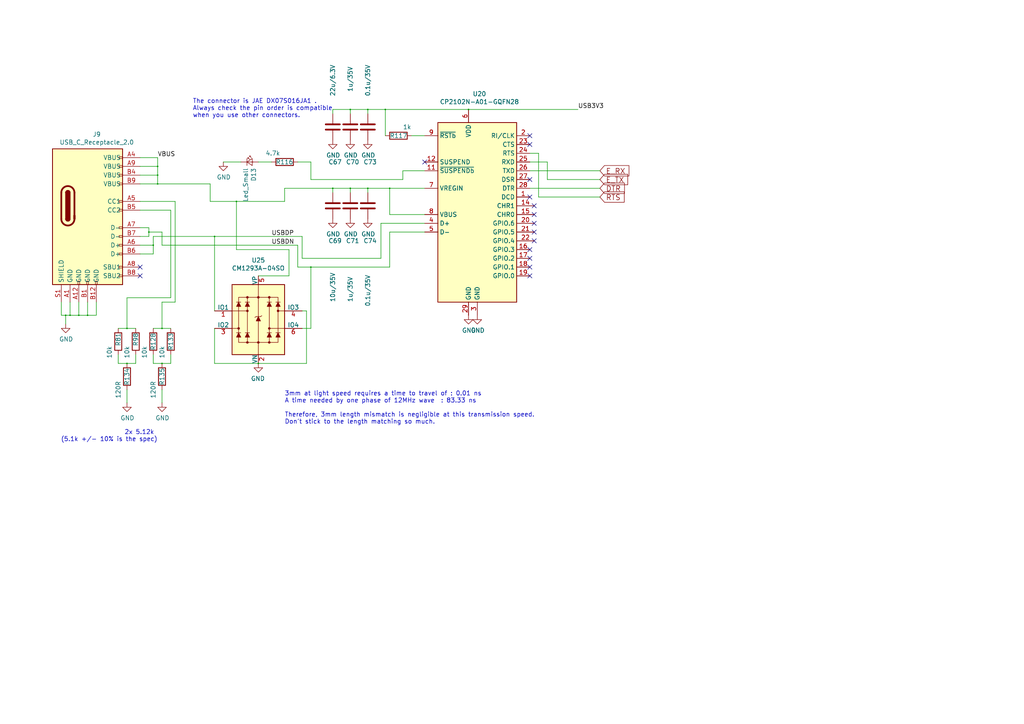
<source format=kicad_sch>
(kicad_sch (version 20210126) (generator eeschema)
  (paper "A4")
  (lib_symbols
    (symbol "DeeComponents:CP2102N-A01-GQFN28"
      (property "Reference" "U" (at -5.08 22.225 0))
      (property "Value" "CP2102N-A01-GQFN28" (at -5.08 20.32 0))
      (symbol "CP2102N-A01-GQFN28_0_0"
        (pin output line (at 16.51 -5.08 180) (length 5.08) (name "CHR1") (number "14"))
        (pin output line (at 16.51 -7.62 180) (length 5.08) (name "CHR0") (number "15"))
        (pin bidirectional line (at 16.51 -10.16 180) (length 5.08) (name "GPIO.6") (number "20"))
        (pin bidirectional line (at 16.51 -12.7 180) (length 5.08) (name "GPIO.5") (number "21"))
        (pin bidirectional line (at 16.51 -15.24 180) (length 5.08) (name "GPIO.4") (number "22"))
      )
      (symbol "CP2102N-A01-GQFN28_0_1"
        (rectangle (start -11.43 19.05) (end 11.43 -33.02) (stroke (width 0.254)) (fill (type background)))
      )
      (symbol "CP2102N-A01-GQFN28_1_1"
        (pin input line (at 15.24 -2.54 180) (length 3.81) (name "DCD") (number "1"))
        (pin no_connect line (at 5.08 -36.83 90) (length 3.81) hide (name "NC") (number "10"))
        (pin output line (at -15.24 5.08 0) (length 3.81) (name "~SUSPENDb") (number "11"))
        (pin output line (at -15.24 7.62 0) (length 3.81) (name "SUSPEND") (number "12"))
        (pin bidirectional line (at 15.24 -17.78 180) (length 3.81) (name "GPIO.3") (number "16"))
        (pin bidirectional line (at 15.24 -20.32 180) (length 3.81) (name "GPIO.2") (number "17"))
        (pin bidirectional line (at 15.24 -22.86 180) (length 3.81) (name "GPIO.1") (number "18"))
        (pin bidirectional line (at 15.24 -25.4 180) (length 3.81) (name "GPIO.0") (number "19"))
        (pin bidirectional line (at 15.24 15.24 180) (length 3.81) (name "RI/CLK") (number "2"))
        (pin input line (at 15.24 12.7 180) (length 3.81) (name "CTS") (number "23"))
        (pin output line (at 15.24 10.16 180) (length 3.81) (name "RTS") (number "24"))
        (pin input line (at 15.24 7.62 180) (length 3.81) (name "RXD") (number "25"))
        (pin output line (at 15.24 5.08 180) (length 3.81) (name "TXD") (number "26"))
        (pin input line (at 15.24 2.54 180) (length 3.81) (name "DSR") (number "27"))
        (pin output line (at 15.24 0 180) (length 3.81) (name "DTR") (number "28"))
        (pin power_in line (at -2.54 -36.83 90) (length 3.81) (name "GND") (number "29"))
        (pin power_in line (at 0 -36.83 90) (length 3.81) (name "GND") (number "3"))
        (pin bidirectional line (at -15.24 -10.16 0) (length 3.81) (name "D+") (number "4"))
        (pin bidirectional line (at -15.24 -12.7 0) (length 3.81) (name "D-") (number "5"))
        (pin power_in line (at -2.54 22.86 270) (length 3.81) (name "VDD") (number "6"))
        (pin power_in line (at -15.24 0 0) (length 3.81) (name "VREGIN") (number "7"))
        (pin input line (at -15.24 -7.62 0) (length 3.81) (name "VBUS") (number "8"))
        (pin input line (at -15.24 15.24 0) (length 3.81) (name "~RSTb") (number "9"))
      )
    )
    (symbol "DeeComponents:USB_C_Receptacle_2.0"
      (property "Reference" "J" (at -10.16 36.83 0))
      (property "Value" "USB_C_Receptacle_2.0" (at 10.16 36.83 0))
      (symbol "USB_C_Receptacle_2.0_0_0"
        (rectangle (start -4.064 15.24) (end -3.556 16.256))
        (rectangle (start -2.794 -3.81) (end -2.286 -2.794))
        (rectangle (start -0.254 -3.81) (end 0.254 -2.794))
        (rectangle (start 2.286 -3.81) (end 2.794 -2.794))
        (rectangle (start 10.16 -1.016) (end 9.144 -1.524))
        (rectangle (start 10.16 1.524) (end 9.144 1.016))
        (rectangle (start 10.16 5.334) (end 9.144 4.826))
        (rectangle (start 10.16 7.874) (end 9.144 7.366))
        (rectangle (start 10.16 10.414) (end 9.144 9.906))
        (rectangle (start 10.16 12.954) (end 9.144 12.446))
        (rectangle (start 10.16 18.034) (end 9.144 17.526))
        (rectangle (start 10.16 20.574) (end 9.144 20.066))
        (rectangle (start 10.16 25.654) (end 9.144 25.146))
        (rectangle (start 10.16 28.194) (end 9.144 27.686))
        (rectangle (start 10.16 30.734) (end 9.144 30.226))
        (rectangle (start 10.16 33.274) (end 9.144 32.766))
      )
      (symbol "USB_C_Receptacle_2.0_0_1"
        (arc (start -6.35 15.24) (end -5.08 15.24) (radius (at -5.715 15.24) (length 0.635) (angles -179.9 -0.1)) (stroke (width 0.254)) (fill (type outline)))
        (arc (start -6.35 15.24) (end -5.08 15.24) (radius (at -5.715 15.24) (length 0.635) (angles -179.9 -0.1)) (stroke (width 0.254)))
        (arc (start -7.62 15.24) (end -3.81 15.24) (radius (at -5.715 15.24) (length 1.905) (angles -179.9 -0.1)) (stroke (width 0.508)))
        (arc (start -3.81 22.86) (end -7.62 22.86) (radius (at -5.715 22.86) (length 1.905) (angles 0.1 179.9)) (stroke (width 0.508)))
        (arc (start -5.08 22.86) (end -6.35 22.86) (radius (at -5.715 22.86) (length 0.635) (angles 0.1 179.9)) (stroke (width 0.254)))
        (arc (start -5.08 22.86) (end -6.35 22.86) (radius (at -5.715 22.86) (length 0.635) (angles 0.1 179.9)) (stroke (width 0.254)) (fill (type outline)))
        (rectangle (start -10.16 35.56) (end 10.16 -3.81) (stroke (width 0.254)) (fill (type background)))
        (rectangle (start -6.35 15.24) (end -5.08 22.86) (stroke (width 0.254)) (fill (type outline)))
        (polyline (pts (xy -7.62 15.24) (xy -7.62 22.86)) (stroke (width 0.508)))
        (polyline (pts (xy -3.81 22.86) (xy -3.81 15.24)) (stroke (width 0.508)))
      )
      (symbol "USB_C_Receptacle_2.0_1_1"
        (pin power_in line (at -5.08 -8.89 90) (length 5.08) (name "GND") (number "A1"))
        (pin power_in line (at 0 -8.89 90) (length 5.08) (name "GND") (number "B1"))
        (pin passive line (at -7.62 -8.89 90) (length 5.08) (name "SHIELD") (number "S1"))
        (pin power_in line (at 15.24 33.02 180) (length 5.08) (name "VBUS") (number "A4"))
        (pin power_in line (at 15.24 27.94 180) (length 5.08) (name "VBUS") (number "B4"))
        (pin bidirectional line (at 15.24 20.32 180) (length 5.08) (name "CC1") (number "A5"))
        (pin bidirectional line (at 15.24 17.78 180) (length 5.08) (name "CC2") (number "B5"))
        (pin bidirectional line (at 15.24 7.62 180) (length 5.08) (name "D+") (number "A6"))
        (pin bidirectional line (at 15.24 5.08 180) (length 5.08) (name "D+") (number "B6"))
        (pin bidirectional line (at 15.24 12.7 180) (length 5.08) (name "D-") (number "A7"))
        (pin bidirectional line (at 15.24 10.16 180) (length 5.08) (name "D-") (number "B7"))
        (pin bidirectional line (at 15.24 1.27 180) (length 5.08) (name "SBU1") (number "A8"))
        (pin bidirectional line (at 15.24 -1.27 180) (length 5.08) (name "SBU2") (number "B8"))
        (pin power_in line (at 15.24 30.48 180) (length 5.08) (name "VBUS") (number "A9"))
        (pin power_in line (at 15.24 25.4 180) (length 5.08) (name "VBUS") (number "B9"))
        (pin power_in line (at -2.54 -8.89 90) (length 5.08) (name "GND") (number "A12"))
        (pin power_in line (at 2.54 -8.89 90) (length 5.08) (name "GND") (number "B12"))
      )
    )
    (symbol "dotmatrix_64x48-rescue:C-device" (pin_numbers hide) (pin_names (offset 0.254))
      (property "Reference" "C" (at 0.635 2.54 0))
      (property "Value" "C-device" (at 0.635 -2.54 0))
      (symbol "C-device_0_1"
        (polyline (pts (xy -2.032 -0.762) (xy 2.032 -0.762)) (stroke (width 0.508)))
        (polyline (pts (xy -2.032 0.762) (xy 2.032 0.762)) (stroke (width 0.508)))
      )
      (symbol "C-device_1_1"
        (pin passive line (at 0 3.81 270) (length 2.794) (name "~") (number "1"))
        (pin passive line (at 0 -3.81 90) (length 2.794) (name "~") (number "2"))
      )
    )
    (symbol "dotmatrix_64x48-rescue:GND-power" (power) (pin_names (offset 0))
      (property "Value" "GND-power" (at 0 -3.81 0))
      (symbol "GND-power_0_1"
        (polyline (pts (xy 0 0) (xy 0 -1.27) (xy 1.27 -1.27) (xy 0 -2.54) (xy -1.27 -1.27) (xy 0 -1.27)))
      )
      (symbol "GND-power_1_1"
        (pin power_in line (at 0 0 270) (length 0) hide (name "GND") (number "1"))
      )
    )
    (symbol "dotmatrix_64x48-rescue:LED_Small-device" (pin_numbers hide) (pin_names (offset 0.254) hide)
      (property "Reference" "D" (at -1.27 3.175 0))
      (property "Value" "LED_Small-device" (at -4.445 -2.54 0))
      (symbol "LED_Small-device_0_1"
        (polyline (pts (xy -0.762 -1.016) (xy -0.762 1.016)))
        (polyline (pts (xy 1.016 0) (xy -0.762 0)))
        (polyline (pts (xy 0.762 -1.016) (xy -0.762 0) (xy 0.762 1.016) (xy 0.762 -1.016)))
        (polyline (pts (xy 0 0.762) (xy -0.508 1.27) (xy -0.254 1.27) (xy -0.508 1.27) (xy -0.508 1.016)))
        (polyline (pts (xy 0.508 1.27) (xy 0 1.778) (xy 0.254 1.778) (xy 0 1.778) (xy 0 1.524)))
      )
      (symbol "LED_Small-device_1_1"
        (pin passive line (at -2.54 0 0) (length 1.778) (name "K") (number "1"))
        (pin passive line (at 2.54 0 180) (length 1.778) (name "A") (number "2"))
      )
    )
    (symbol "dotmatrix_64x48-rescue:R-device" (pin_numbers hide) (pin_names (offset 0))
      (property "Reference" "R" (at 2.032 0 90))
      (property "Value" "R-device" (at 0 0 90))
      (symbol "R-device_0_1"
        (rectangle (start -1.016 -2.54) (end 1.016 2.54) (stroke (width 0.254)))
      )
      (symbol "R-device_1_1"
        (pin passive line (at 0 3.81 270) (length 1.27) (name "~") (number "1"))
        (pin passive line (at 0 -3.81 90) (length 1.27) (name "~") (number "2"))
      )
    )
    (symbol "dotmatrix_64x48-rescue:SRV05-4-ESD_Protection" (pin_names (offset 0))
      (property "Reference" "U" (at -5.08 11.43 0))
      (property "Value" "SRV05-4-ESD_Protection" (at 2.54 11.43 0))
      (symbol "SRV05-4-ESD_Protection_0_0"
        (rectangle (start -5.715 6.477) (end 5.715 -6.604))
        (polyline (pts (xy -3.175 -6.604) (xy -3.175 6.477)))
        (polyline (pts (xy 3.175 6.477) (xy 3.175 -6.604)))
      )
      (symbol "SRV05-4-ESD_Protection_0_1"
        (circle (center -5.715 -2.54) (radius 0.2794) (fill (type outline)))
        (circle (center -3.175 -6.604) (radius 0.2794) (fill (type outline)))
        (circle (center -3.175 2.54) (radius 0.2794) (fill (type outline)))
        (circle (center -3.175 6.477) (radius 0.2794) (fill (type outline)))
        (circle (center 0 -6.604) (radius 0.2794) (fill (type outline)))
        (circle (center 0 6.477) (radius 0.2794) (fill (type outline)))
        (circle (center 3.175 -6.604) (radius 0.2794) (fill (type outline)))
        (circle (center 3.175 -2.54) (radius 0.2794) (fill (type outline)))
        (circle (center 3.175 6.477) (radius 0.2794) (fill (type outline)))
        (circle (center 5.715 2.54) (radius 0.2794) (fill (type outline)))
        (rectangle (start -7.62 10.16) (end 7.62 -10.16) (stroke (width 0.254)) (fill (type background)))
        (polyline (pts (xy -7.747 2.54) (xy -3.175 2.54)))
        (polyline (pts (xy -7.62 -2.54) (xy -5.715 -2.54)))
        (polyline (pts (xy -5.08 -3.81) (xy -6.35 -3.81)))
        (polyline (pts (xy -5.08 5.08) (xy -6.35 5.08)))
        (polyline (pts (xy -2.54 -3.81) (xy -3.81 -3.81)))
        (polyline (pts (xy -2.54 5.08) (xy -3.81 5.08)))
        (polyline (pts (xy -0.635 0.889) (xy -1.016 0.635)))
        (polyline (pts (xy 0 10.16) (xy 0 -10.16)))
        (polyline (pts (xy 0.635 0.889) (xy -0.635 0.889)))
        (polyline (pts (xy 0.635 0.889) (xy 1.016 1.143)))
        (polyline (pts (xy 3.81 -3.81) (xy 2.54 -3.81)))
        (polyline (pts (xy 3.81 5.08) (xy 2.54 5.08)))
        (polyline (pts (xy 6.35 -3.81) (xy 5.08 -3.81)))
        (polyline (pts (xy 6.35 5.08) (xy 5.08 5.08)))
        (polyline (pts (xy 7.62 -2.54) (xy 3.175 -2.54)))
        (polyline (pts (xy 7.62 2.54) (xy 5.715 2.54)))
        (polyline (pts (xy -5.08 -5.08) (xy -6.35 -5.08) (xy -5.715 -3.81) (xy -5.08 -5.08)) (fill (type outline)))
        (polyline (pts (xy -5.08 3.81) (xy -6.35 3.81) (xy -5.715 5.08) (xy -5.08 3.81)) (fill (type outline)))
        (polyline (pts (xy -2.54 -5.08) (xy -3.81 -5.08) (xy -3.175 -3.81) (xy -2.54 -5.08)) (fill (type outline)))
        (polyline (pts (xy -2.54 3.81) (xy -3.81 3.81) (xy -3.175 5.08) (xy -2.54 3.81)) (fill (type outline)))
        (polyline (pts (xy 0.635 -0.381) (xy -0.635 -0.381) (xy 0 0.889) (xy 0.635 -0.381)) (fill (type outline)))
        (polyline (pts (xy 3.81 -5.08) (xy 2.54 -5.08) (xy 3.175 -3.81) (xy 3.81 -5.08)) (fill (type outline)))
        (polyline (pts (xy 3.81 3.81) (xy 2.54 3.81) (xy 3.175 5.08) (xy 3.81 3.81)) (fill (type outline)))
        (polyline (pts (xy 6.35 -5.08) (xy 5.08 -5.08) (xy 5.715 -3.81) (xy 6.35 -5.08)) (fill (type outline)))
        (polyline (pts (xy 6.35 3.81) (xy 5.08 3.81) (xy 5.715 5.08) (xy 6.35 3.81)) (fill (type outline)))
      )
      (symbol "SRV05-4-ESD_Protection_1_1"
        (pin passive line (at -12.7 2.54 0) (length 5.08) (name "IO1") (number "1"))
        (pin power_in line (at 0 -12.7 90) (length 2.54) (name "VN") (number "2"))
        (pin passive line (at -12.7 -2.54 0) (length 5.08) (name "IO2") (number "3"))
        (pin passive line (at 12.7 2.54 180) (length 5.08) (name "IO3") (number "4"))
        (pin power_in line (at 0 12.7 270) (length 2.54) (name "VP") (number "5"))
        (pin passive line (at 12.7 -2.54 180) (length 5.08) (name "IO4") (number "6"))
      )
    )
  )
  (junction (at 19.05 91.44) (diameter 0.3048))
  (junction (at 20.32 91.44) (diameter 0.3048))
  (junction (at 22.86 91.44) (diameter 0.3048))
  (junction (at 25.4 91.44) (diameter 0.3048))
  (junction (at 36.83 95.25) (diameter 0.3048))
  (junction (at 36.83 105.41) (diameter 0.3048))
  (junction (at 43.18 67.31) (diameter 0.3048))
  (junction (at 44.45 71.12) (diameter 0.3048))
  (junction (at 45.72 48.26) (diameter 0.3048))
  (junction (at 45.72 50.8) (diameter 0.3048))
  (junction (at 45.72 53.34) (diameter 0.3048))
  (junction (at 46.99 95.25) (diameter 0.3048))
  (junction (at 46.99 105.41) (diameter 0.3048))
  (junction (at 62.23 68.58) (diameter 0.3048))
  (junction (at 68.58 58.42) (diameter 0.3048))
  (junction (at 74.93 105.41) (diameter 0.3048))
  (junction (at 90.17 77.47) (diameter 0.3048))
  (junction (at 96.52 54.61) (diameter 0.3048))
  (junction (at 101.6 31.75) (diameter 0.3048))
  (junction (at 101.6 54.61) (diameter 0.3048))
  (junction (at 106.68 31.75) (diameter 0.3048))
  (junction (at 106.68 54.61) (diameter 0.3048))
  (junction (at 111.76 31.75) (diameter 0.3048))
  (junction (at 113.03 54.61) (diameter 0.3048))
  (junction (at 135.89 31.75) (diameter 0.3048))
  (no_connect (at 40.64 77.47))
  (no_connect (at 40.64 80.01))
  (no_connect (at 123.19 46.99))
  (no_connect (at 153.67 39.37))
  (no_connect (at 153.67 41.91))
  (no_connect (at 153.67 52.07))
  (no_connect (at 153.67 57.15))
  (no_connect (at 153.67 72.39))
  (no_connect (at 153.67 74.93))
  (no_connect (at 153.67 77.47))
  (no_connect (at 153.67 80.01))
  (no_connect (at 154.94 59.69))
  (no_connect (at 154.94 62.23))
  (no_connect (at 154.94 64.77))
  (no_connect (at 154.94 67.31))
  (no_connect (at 154.94 69.85))
  (wire (pts (xy 17.78 87.63) (xy 17.78 91.44)))
  (wire (pts (xy 17.78 91.44) (xy 19.05 91.44)))
  (wire (pts (xy 19.05 91.44) (xy 19.05 93.98)))
  (wire (pts (xy 19.05 91.44) (xy 20.32 91.44)))
  (wire (pts (xy 20.32 87.63) (xy 20.32 91.44)))
  (wire (pts (xy 20.32 91.44) (xy 22.86 91.44)))
  (wire (pts (xy 22.86 87.63) (xy 22.86 91.44)))
  (wire (pts (xy 22.86 91.44) (xy 25.4 91.44)))
  (wire (pts (xy 25.4 87.63) (xy 25.4 91.44)))
  (wire (pts (xy 25.4 91.44) (xy 27.94 91.44)))
  (wire (pts (xy 27.94 91.44) (xy 27.94 87.63)))
  (wire (pts (xy 34.29 95.25) (xy 36.83 95.25)))
  (wire (pts (xy 34.29 102.87) (xy 34.29 105.41)))
  (wire (pts (xy 34.29 105.41) (xy 36.83 105.41)))
  (wire (pts (xy 36.83 86.36) (xy 49.53 86.36)))
  (wire (pts (xy 36.83 95.25) (xy 36.83 86.36)))
  (wire (pts (xy 36.83 95.25) (xy 39.37 95.25)))
  (wire (pts (xy 36.83 105.41) (xy 39.37 105.41)))
  (wire (pts (xy 36.83 113.03) (xy 36.83 116.84)))
  (wire (pts (xy 39.37 105.41) (xy 39.37 102.87)))
  (wire (pts (xy 40.64 45.72) (xy 45.72 45.72)))
  (wire (pts (xy 40.64 48.26) (xy 45.72 48.26)))
  (wire (pts (xy 40.64 50.8) (xy 45.72 50.8)))
  (wire (pts (xy 40.64 53.34) (xy 45.72 53.34)))
  (wire (pts (xy 40.64 71.12) (xy 44.45 71.12)))
  (wire (pts (xy 43.18 66.04) (xy 40.64 66.04)))
  (wire (pts (xy 43.18 67.31) (xy 43.18 66.04)))
  (wire (pts (xy 43.18 67.31) (xy 43.18 68.58)))
  (wire (pts (xy 43.18 68.58) (xy 40.64 68.58)))
  (wire (pts (xy 44.45 68.58) (xy 44.45 71.12)))
  (wire (pts (xy 44.45 68.58) (xy 62.23 68.58)))
  (wire (pts (xy 44.45 71.12) (xy 44.45 73.66)))
  (wire (pts (xy 44.45 73.66) (xy 40.64 73.66)))
  (wire (pts (xy 44.45 95.25) (xy 46.99 95.25)))
  (wire (pts (xy 44.45 102.87) (xy 44.45 105.41)))
  (wire (pts (xy 44.45 105.41) (xy 46.99 105.41)))
  (wire (pts (xy 45.72 45.72) (xy 45.72 48.26)))
  (wire (pts (xy 45.72 48.26) (xy 45.72 50.8)))
  (wire (pts (xy 45.72 50.8) (xy 45.72 53.34)))
  (wire (pts (xy 45.72 53.34) (xy 60.96 53.34)))
  (wire (pts (xy 46.99 67.31) (xy 43.18 67.31)))
  (wire (pts (xy 46.99 71.12) (xy 46.99 67.31)))
  (wire (pts (xy 46.99 71.12) (xy 86.36 71.12)))
  (wire (pts (xy 46.99 87.63) (xy 50.8 87.63)))
  (wire (pts (xy 46.99 95.25) (xy 46.99 87.63)))
  (wire (pts (xy 46.99 95.25) (xy 49.53 95.25)))
  (wire (pts (xy 46.99 105.41) (xy 49.53 105.41)))
  (wire (pts (xy 46.99 113.03) (xy 46.99 116.84)))
  (wire (pts (xy 49.53 60.96) (xy 40.64 60.96)))
  (wire (pts (xy 49.53 86.36) (xy 49.53 60.96)))
  (wire (pts (xy 49.53 105.41) (xy 49.53 102.87)))
  (wire (pts (xy 50.8 58.42) (xy 40.64 58.42)))
  (wire (pts (xy 50.8 58.42) (xy 50.8 87.63)))
  (wire (pts (xy 60.96 53.34) (xy 60.96 58.42)))
  (wire (pts (xy 60.96 58.42) (xy 68.58 58.42)))
  (wire (pts (xy 62.23 68.58) (xy 87.63 68.58)))
  (wire (pts (xy 62.23 90.17) (xy 62.23 68.58)))
  (wire (pts (xy 62.23 105.41) (xy 62.23 95.25)))
  (wire (pts (xy 68.58 58.42) (xy 68.58 72.39)))
  (wire (pts (xy 68.58 58.42) (xy 82.55 58.42)))
  (wire (pts (xy 68.58 72.39) (xy 83.82 72.39)))
  (wire (pts (xy 69.85 46.99) (xy 64.77 46.99)))
  (wire (pts (xy 74.93 105.41) (xy 62.23 105.41)))
  (wire (pts (xy 74.93 105.41) (xy 88.9 105.41)))
  (wire (pts (xy 78.74 46.99) (xy 74.93 46.99)))
  (wire (pts (xy 82.55 54.61) (xy 96.52 54.61)))
  (wire (pts (xy 82.55 58.42) (xy 82.55 54.61)))
  (wire (pts (xy 83.82 72.39) (xy 83.82 80.01)))
  (wire (pts (xy 83.82 80.01) (xy 74.93 80.01)))
  (wire (pts (xy 86.36 46.99) (xy 90.17 46.99)))
  (wire (pts (xy 86.36 71.12) (xy 86.36 77.47)))
  (wire (pts (xy 86.36 77.47) (xy 90.17 77.47)))
  (wire (pts (xy 87.63 74.93) (xy 87.63 68.58)))
  (wire (pts (xy 87.63 90.17) (xy 88.9 90.17)))
  (wire (pts (xy 88.9 90.17) (xy 88.9 105.41)))
  (wire (pts (xy 90.17 46.99) (xy 90.17 52.07)))
  (wire (pts (xy 90.17 52.07) (xy 116.84 52.07)))
  (wire (pts (xy 90.17 77.47) (xy 90.17 95.25)))
  (wire (pts (xy 90.17 77.47) (xy 113.03 77.47)))
  (wire (pts (xy 90.17 95.25) (xy 87.63 95.25)))
  (wire (pts (xy 96.52 33.02) (xy 96.52 31.75)))
  (wire (pts (xy 96.52 55.88) (xy 96.52 54.61)))
  (wire (pts (xy 101.6 31.75) (xy 96.52 31.75)))
  (wire (pts (xy 101.6 33.02) (xy 101.6 31.75)))
  (wire (pts (xy 101.6 54.61) (xy 96.52 54.61)))
  (wire (pts (xy 101.6 55.88) (xy 101.6 54.61)))
  (wire (pts (xy 106.68 31.75) (xy 101.6 31.75)))
  (wire (pts (xy 106.68 31.75) (xy 111.76 31.75)))
  (wire (pts (xy 106.68 33.02) (xy 106.68 31.75)))
  (wire (pts (xy 106.68 54.61) (xy 101.6 54.61)))
  (wire (pts (xy 106.68 55.88) (xy 106.68 54.61)))
  (wire (pts (xy 110.49 64.77) (xy 110.49 74.93)))
  (wire (pts (xy 110.49 74.93) (xy 87.63 74.93)))
  (wire (pts (xy 111.76 31.75) (xy 135.89 31.75)))
  (wire (pts (xy 111.76 39.37) (xy 111.76 31.75)))
  (wire (pts (xy 113.03 54.61) (xy 106.68 54.61)))
  (wire (pts (xy 113.03 62.23) (xy 113.03 54.61)))
  (wire (pts (xy 113.03 67.31) (xy 123.19 67.31)))
  (wire (pts (xy 113.03 77.47) (xy 113.03 67.31)))
  (wire (pts (xy 116.84 49.53) (xy 123.19 49.53)))
  (wire (pts (xy 116.84 52.07) (xy 116.84 49.53)))
  (wire (pts (xy 119.38 39.37) (xy 123.19 39.37)))
  (wire (pts (xy 123.19 54.61) (xy 113.03 54.61)))
  (wire (pts (xy 123.19 62.23) (xy 113.03 62.23)))
  (wire (pts (xy 123.19 64.77) (xy 110.49 64.77)))
  (wire (pts (xy 153.67 49.53) (xy 173.99 49.53)))
  (wire (pts (xy 153.67 54.61) (xy 173.99 54.61)))
  (wire (pts (xy 156.21 44.45) (xy 153.67 44.45)))
  (wire (pts (xy 156.21 57.15) (xy 156.21 44.45)))
  (wire (pts (xy 156.21 57.15) (xy 173.99 57.15)))
  (wire (pts (xy 158.75 46.99) (xy 153.67 46.99)))
  (wire (pts (xy 158.75 52.07) (xy 158.75 46.99)))
  (wire (pts (xy 158.75 52.07) (xy 173.99 52.07)))
  (wire (pts (xy 167.64 31.75) (xy 135.89 31.75)))
  (text "2x 5.12k \n(5.1k +/- 10% is the spec)" (at 45.72 128.27 180) (effects (font (size 1.27 1.27)) (justify right bottom)))
  (text "The connector is JAE DX07S016JA1 .\nAlways check the pin order is compatible\nwhen you use other connectors." (at 55.88 34.29 0) (effects (font (size 1.27 1.27)) (justify left bottom)))
  (text "3mm at light speed requires a time to travel of : 0.01 ns\nA time needed by one phase of 12MHz wave  : 83.33 ns\n\nTherefore, 3mm length mismatch is negligible at this transmission speed.  \nDon't stick to the length matching so much." (at 82.55 123.19 0) (effects (font (size 1.27 1.27)) (justify left bottom)))
  (label "VBUS" (at 45.72 45.72 0))
  (label "USBDP" (at 78.74 68.58 0))
  (label "USBDN" (at 78.74 71.12 0))
  (label "USB3V3" (at 167.64 31.75 0))
  (global_label "E_RX" (shape input) (at 173.99 49.53 0) (effects (font (size 1.524 1.524))) (property "Intersheet References" "${INTERSHEET_REFS}" (effects hide)))
  (global_label "E_TX" (shape input) (at 173.99 52.07 0) (effects (font (size 1.524 1.524))) (property "Intersheet References" "${INTERSHEET_REFS}" (effects hide)))
  (global_label "DTR" (shape input) (at 173.99 54.61 0) (effects (font (size 1.524 1.524))) (property "Intersheet References" "${INTERSHEET_REFS}" (effects hide)))
  (global_label "RTS" (shape input) (at 173.99 57.15 0) (effects (font (size 1.524 1.524))) (property "Intersheet References" "${INTERSHEET_REFS}" (effects hide)))
  (symbol (lib_id "dotmatrix_64x48-rescue:GND-power") (at 19.05 93.98 0) (unit 1)
    (property "Reference" "#PWR0143" (effects hide))
    (property "Value" "GND" (at 19.177 98.3742 0))
  )
  (symbol (lib_id "dotmatrix_64x48-rescue:GND-power") (at 36.83 116.84 0) (unit 1)
    (property "Reference" "#PWR0131" (effects hide))
    (property "Value" "GND" (at 36.957 121.2342 0))
  )
  (symbol (lib_id "dotmatrix_64x48-rescue:GND-power") (at 46.99 116.84 0) (unit 1)
    (property "Reference" "#PWR0140" (effects hide))
    (property "Value" "GND" (at 47.117 121.2342 0))
  )
  (symbol (lib_id "dotmatrix_64x48-rescue:GND-power") (at 64.77 46.99 0) (unit 1)
    (property "Reference" "#PWR020" (effects hide))
    (property "Value" "GND" (at 64.897 51.3842 0))
  )
  (symbol (lib_id "dotmatrix_64x48-rescue:GND-power") (at 74.93 105.41 0) (mirror y) (unit 1)
    (property "Reference" "#PWR0136" (effects hide))
    (property "Value" "GND" (at 74.803 109.8042 0))
  )
  (symbol (lib_id "dotmatrix_64x48-rescue:GND-power") (at 96.52 40.64 0) (unit 1)
    (property "Reference" "#PWR023" (effects hide))
    (property "Value" "GND" (at 96.647 45.0342 0))
  )
  (symbol (lib_id "dotmatrix_64x48-rescue:GND-power") (at 96.52 63.5 0) (unit 1)
    (property "Reference" "#PWR025" (effects hide))
    (property "Value" "GND" (at 96.647 67.8942 0))
  )
  (symbol (lib_id "dotmatrix_64x48-rescue:GND-power") (at 101.6 40.64 0) (unit 1)
    (property "Reference" "#PWR026" (effects hide))
    (property "Value" "GND" (at 101.727 45.0342 0))
  )
  (symbol (lib_id "dotmatrix_64x48-rescue:GND-power") (at 101.6 63.5 0) (unit 1)
    (property "Reference" "#PWR051" (effects hide))
    (property "Value" "GND" (at 101.727 67.8942 0))
  )
  (symbol (lib_id "dotmatrix_64x48-rescue:GND-power") (at 106.68 40.64 0) (unit 1)
    (property "Reference" "#PWR052" (effects hide))
    (property "Value" "GND" (at 106.807 45.0342 0))
  )
  (symbol (lib_id "dotmatrix_64x48-rescue:GND-power") (at 106.68 63.5 0) (unit 1)
    (property "Reference" "#PWR053" (effects hide))
    (property "Value" "GND" (at 106.807 67.8942 0))
  )
  (symbol (lib_id "dotmatrix_64x48-rescue:GND-power") (at 135.89 91.44 0) (unit 1)
    (property "Reference" "#PWR054" (effects hide))
    (property "Value" "GND" (at 136.017 95.8342 0))
  )
  (symbol (lib_id "dotmatrix_64x48-rescue:GND-power") (at 138.43 91.44 0) (unit 1)
    (property "Reference" "#PWR067" (effects hide))
    (property "Value" "GND" (at 138.557 95.8342 0))
  )
  (symbol (lib_id "dotmatrix_64x48-rescue:LED_Small-device") (at 72.39 46.99 0) (unit 1)
    (property "Reference" "D13" (at 73.5584 48.7172 90) (effects (justify right)))
    (property "Value" "Led_Small" (at 71.247 48.7172 90) (effects (justify right)))
    (property "Footprint" "components:LED1608_Handsoldering" (effects hide))
  )
  (symbol (lib_id "dotmatrix_64x48-rescue:R-device") (at 34.29 99.06 180) (unit 1)
    (property "Reference" "R81" (at 34.29 96.52 90) (effects (justify left)))
    (property "Value" "10k" (at 31.75 100.33 90) (effects (justify left)))
    (property "Footprint" "Resistor_SMD:R_0603_1608Metric_Pad1.05x0.95mm_HandSolder" (effects hide))
  )
  (symbol (lib_id "dotmatrix_64x48-rescue:R-device") (at 36.83 109.22 180) (unit 1)
    (property "Reference" "R134" (at 36.83 106.68 90) (effects (justify left)))
    (property "Value" "120R" (at 34.29 110.49 90) (effects (justify left)))
    (property "Footprint" "Resistor_SMD:R_0603_1608Metric_Pad1.05x0.95mm_HandSolder" (effects hide))
  )
  (symbol (lib_id "dotmatrix_64x48-rescue:R-device") (at 39.37 99.06 180) (unit 1)
    (property "Reference" "R98" (at 39.37 96.52 90) (effects (justify left)))
    (property "Value" "10k" (at 36.83 100.33 90) (effects (justify left)))
    (property "Footprint" "Resistor_SMD:R_0603_1608Metric_Pad1.05x0.95mm_HandSolder" (effects hide))
  )
  (symbol (lib_id "dotmatrix_64x48-rescue:R-device") (at 44.45 99.06 180) (unit 1)
    (property "Reference" "R128" (at 44.45 96.52 90) (effects (justify left)))
    (property "Value" "10k" (at 41.91 100.33 90) (effects (justify left)))
    (property "Footprint" "Resistor_SMD:R_0603_1608Metric_Pad1.05x0.95mm_HandSolder" (effects hide))
  )
  (symbol (lib_id "dotmatrix_64x48-rescue:R-device") (at 46.99 109.22 180) (unit 1)
    (property "Reference" "R135" (at 46.99 106.68 90) (effects (justify left)))
    (property "Value" "120R" (at 44.45 110.49 90) (effects (justify left)))
    (property "Footprint" "Resistor_SMD:R_0603_1608Metric_Pad1.05x0.95mm_HandSolder" (effects hide))
  )
  (symbol (lib_id "dotmatrix_64x48-rescue:R-device") (at 49.53 99.06 180) (unit 1)
    (property "Reference" "R133" (at 49.53 96.52 90) (effects (justify left)))
    (property "Value" "10k" (at 46.99 100.33 90) (effects (justify left)))
    (property "Footprint" "Resistor_SMD:R_0603_1608Metric_Pad1.05x0.95mm_HandSolder" (effects hide))
  )
  (symbol (lib_id "dotmatrix_64x48-rescue:R-device") (at 82.55 46.99 90) (unit 1)
    (property "Reference" "R116" (at 85.09 46.99 90) (effects (justify left)))
    (property "Value" "4.7k" (at 81.28 44.45 90) (effects (justify left)))
    (property "Footprint" "Resistor_SMD:R_0603_1608Metric_Pad1.05x0.95mm_HandSolder" (effects hide))
  )
  (symbol (lib_id "dotmatrix_64x48-rescue:R-device") (at 115.57 39.37 270) (mirror x) (unit 1)
    (property "Reference" "R117" (at 113.03 39.37 90) (effects (justify left)))
    (property "Value" "1k" (at 116.84 36.83 90) (effects (justify left)))
    (property "Footprint" "Resistor_SMD:R_0603_1608Metric_Pad1.05x0.95mm_HandSolder" (effects hide))
  )
  (symbol (lib_id "dotmatrix_64x48-rescue:C-device") (at 96.52 36.83 0) (unit 1)
    (property "Reference" "C67" (at 95.25 46.99 0) (effects (justify left)))
    (property "Value" "22u/6.3V" (at 96.52 27.94 90) (effects (justify left)))
    (property "Footprint" "Capacitor_SMD:C_0603_1608Metric_Pad1.05x0.95mm_HandSolder" (effects hide))
  )
  (symbol (lib_id "dotmatrix_64x48-rescue:C-device") (at 96.52 59.69 0) (unit 1)
    (property "Reference" "C69" (at 95.25 69.85 0) (effects (justify left)))
    (property "Value" "10u/35V" (at 96.52 87.63 90) (effects (justify left)))
    (property "Footprint" "Capacitor_SMD:C_0603_1608Metric_Pad1.05x0.95mm_HandSolder" (effects hide))
  )
  (symbol (lib_id "dotmatrix_64x48-rescue:C-device") (at 101.6 36.83 0) (unit 1)
    (property "Reference" "C70" (at 100.33 46.99 0) (effects (justify left)))
    (property "Value" "1u/35V" (at 101.6 26.67 90) (effects (justify left)))
    (property "Footprint" "Capacitor_SMD:C_0603_1608Metric_Pad1.05x0.95mm_HandSolder" (effects hide))
  )
  (symbol (lib_id "dotmatrix_64x48-rescue:C-device") (at 101.6 59.69 0) (unit 1)
    (property "Reference" "C71" (at 100.33 69.85 0) (effects (justify left)))
    (property "Value" "1u/35V" (at 101.6 87.63 90) (effects (justify left)))
    (property "Footprint" "Capacitor_SMD:C_0603_1608Metric_Pad1.05x0.95mm_HandSolder" (effects hide))
  )
  (symbol (lib_id "dotmatrix_64x48-rescue:C-device") (at 106.68 36.83 0) (unit 1)
    (property "Reference" "C73" (at 105.41 46.99 0) (effects (justify left)))
    (property "Value" "0.1u/35V" (at 106.68 27.94 90) (effects (justify left)))
    (property "Footprint" "Capacitor_SMD:C_0603_1608Metric_Pad1.05x0.95mm_HandSolder" (effects hide))
  )
  (symbol (lib_id "dotmatrix_64x48-rescue:C-device") (at 106.68 59.69 0) (unit 1)
    (property "Reference" "C74" (at 105.41 69.85 0) (effects (justify left)))
    (property "Value" "0.1u/35V" (at 106.68 88.9 90) (effects (justify left)))
    (property "Footprint" "Capacitor_SMD:C_0603_1608Metric_Pad1.05x0.95mm_HandSolder" (effects hide))
  )
  (symbol (lib_id "dotmatrix_64x48-rescue:SRV05-4-ESD_Protection") (at 74.93 92.71 0) (unit 1)
    (property "Reference" "U25" (at 74.93 75.4888 0))
    (property "Value" "CM1293A-04SO" (at 74.93 77.8002 0))
    (property "Footprint" "components:SOT-23-6_Handsoldering_mod" (effects hide))
    (property "Datasheet" "http://www.onsemi.com/pub/Collateral/SRV05-4-D.PDF" (effects hide))
  )
  (symbol (lib_id "DeeComponents:USB_C_Receptacle_2.0") (at 25.4 78.74 0) (unit 1)
    (property "Reference" "J9" (at 28.067 38.9698 0))
    (property "Value" "USB_C_Receptacle_2.0" (at 28.067 41.2685 0))
    (property "Footprint" "components:DX07S016JA1R1500" (effects hide))
    (property "Datasheet" "http://www.usb.org/developers/docs/usb_31_033017.zip" (effects hide))
  )
  (symbol (lib_id "DeeComponents:CP2102N-A01-GQFN28") (at 138.43 54.61 0) (unit 1)
    (property "Reference" "U20" (at 139.065 27.2288 0))
    (property "Value" "CP2102N-A01-GQFN28" (at 139.065 29.5402 0))
    (property "Footprint" "components:QFN-28-1EP_5x5mm_Pitch0.5mm-handsoldering" (effects hide))
    (property "Datasheet" "http://www.silabs.com/support%20documents/technicaldocs/cp2102n-datasheet.pdf" (effects hide))
  )
)
</source>
